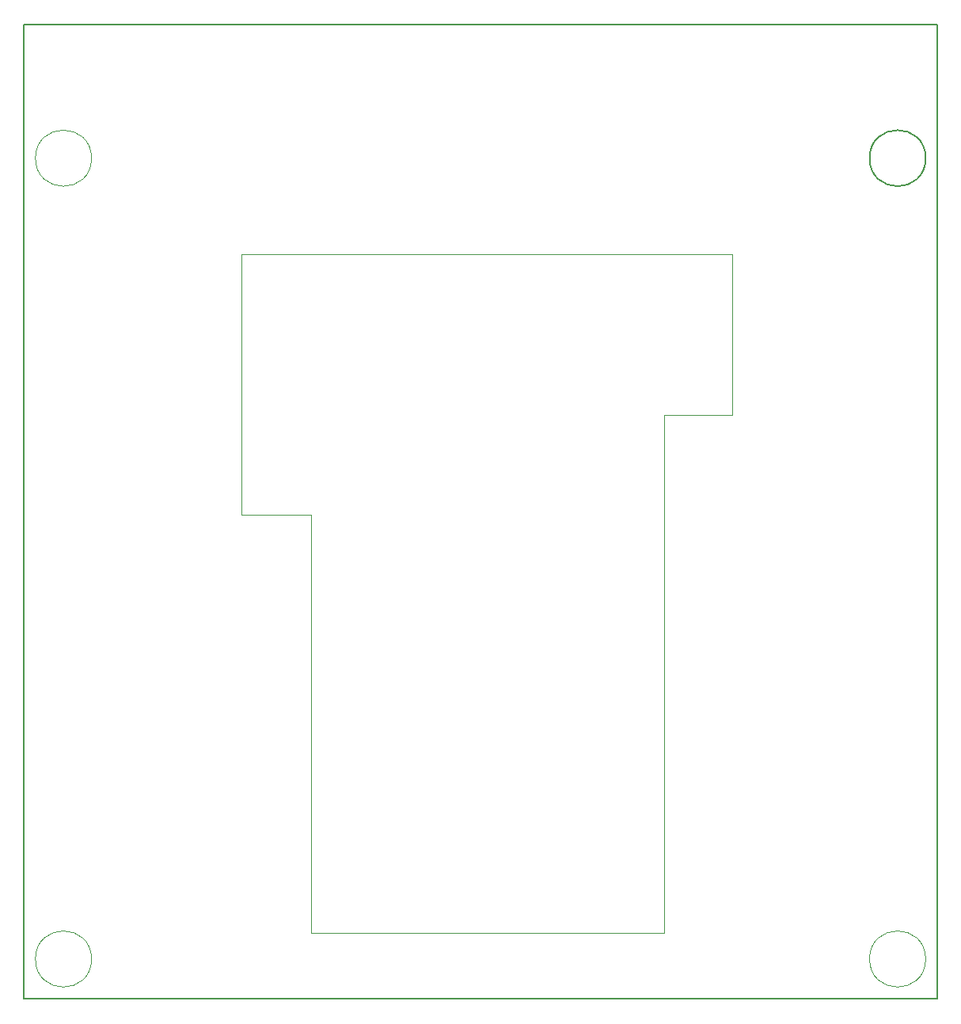
<source format=gbr>
%TF.GenerationSoftware,KiCad,Pcbnew,8.0.5*%
%TF.CreationDate,2025-03-21T11:48:15-04:00*%
%TF.ProjectId,ArduinoRev4Hat,41726475-696e-46f5-9265-76344861742e,rev?*%
%TF.SameCoordinates,Original*%
%TF.FileFunction,Profile,NP*%
%FSLAX46Y46*%
G04 Gerber Fmt 4.6, Leading zero omitted, Abs format (unit mm)*
G04 Created by KiCad (PCBNEW 8.0.5) date 2025-03-21 11:48:15*
%MOMM*%
%LPD*%
G01*
G04 APERTURE LIST*
%TA.AperFunction,Profile*%
%ADD10C,0.050000*%
%TD*%
%TA.AperFunction,Profile*%
%ADD11C,0.200000*%
%TD*%
G04 APERTURE END LIST*
D10*
X189200000Y-56450000D02*
X183500000Y-56450000D01*
X138800000Y-56450000D02*
X183500000Y-56450000D01*
X144100000Y-124450000D02*
X144100000Y-129000000D01*
X144100000Y-84300000D02*
X136700000Y-84300000D01*
X209857359Y-131807359D02*
G75*
G02*
X203857359Y-131807359I-3000000J0D01*
G01*
X203857359Y-131807359D02*
G75*
G02*
X209857359Y-131807359I3000000J0D01*
G01*
X120642641Y-131807359D02*
G75*
G02*
X114642641Y-131807359I-3000000J0D01*
G01*
X114642641Y-131807359D02*
G75*
G02*
X120642641Y-131807359I3000000J0D01*
G01*
X136700000Y-73650000D02*
X136700000Y-56450000D01*
X144100000Y-129000000D02*
X181900000Y-129000000D01*
D11*
X113400000Y-31950000D02*
X211100000Y-31950000D01*
X211100000Y-136050000D01*
X113400000Y-136050000D01*
X113400000Y-31950000D01*
D10*
X144100000Y-85100000D02*
X144100000Y-84300000D01*
X136700000Y-56450000D02*
X138800000Y-56450000D01*
X120642641Y-46192641D02*
G75*
G02*
X114642641Y-46192641I-3000000J0D01*
G01*
X114642641Y-46192641D02*
G75*
G02*
X120642641Y-46192641I3000000J0D01*
G01*
X144100000Y-85375000D02*
X144100000Y-85100000D01*
X136700000Y-84300000D02*
X136700000Y-73650000D01*
X181900000Y-124350000D02*
X181900000Y-73650000D01*
X181900000Y-73650000D02*
X187100000Y-73650000D01*
X144100000Y-124450000D02*
X144100000Y-85375000D01*
X181900000Y-124350000D02*
X181900000Y-129000000D01*
X189200000Y-73650000D02*
X189200000Y-56450000D01*
X187100000Y-73650000D02*
X189200000Y-73650000D01*
D11*
X209857359Y-46192641D02*
G75*
G02*
X203857359Y-46192641I-3000000J0D01*
G01*
X203857359Y-46192641D02*
G75*
G02*
X209857359Y-46192641I3000000J0D01*
G01*
M02*

</source>
